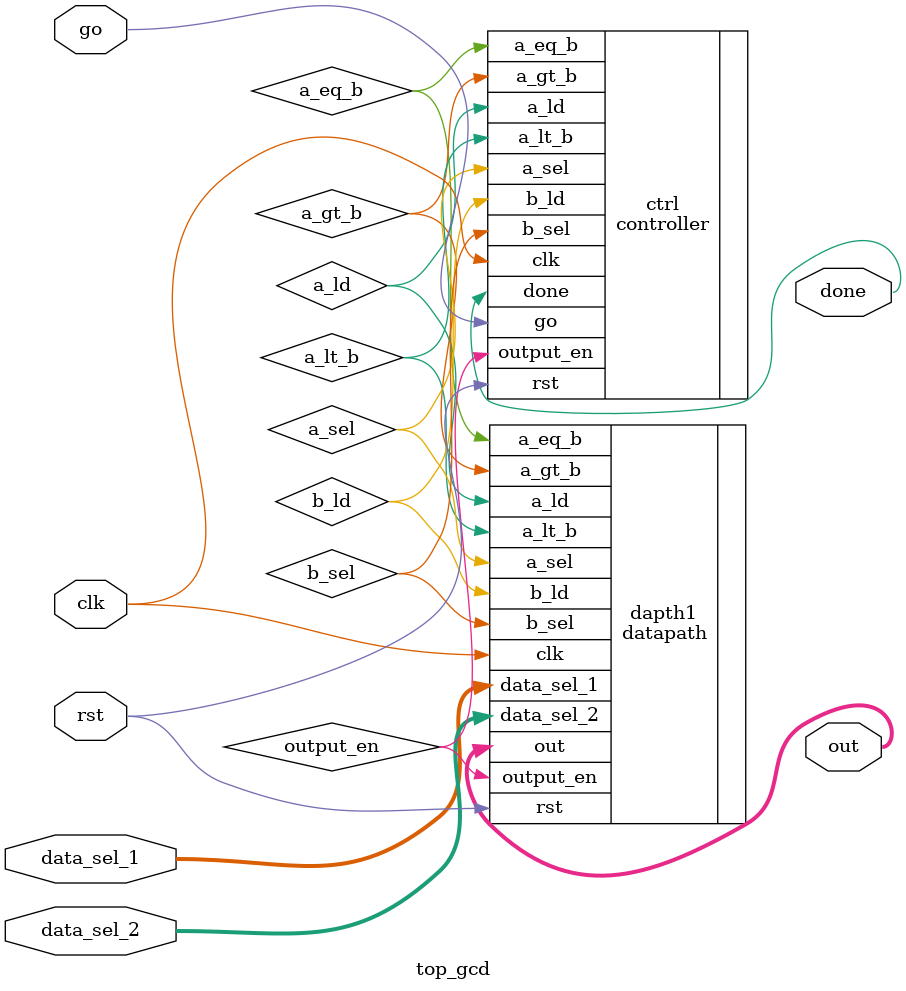
<source format=v>
module top_gcd(
input clk,rst,go,
input [6:0] data_sel_1, data_sel_2,
output [6:0] out,
output done
    );
    
    wire a_gt_b,a_eq_b,a_lt_b;
    
    
 datapath dapth1(.clk(clk),.rst(rst),.data_sel_1(data_sel_1),.data_sel_2(data_sel_2),.a_gt_b(a_gt_b),.a_eq_b(a_eq_b),.a_lt_b(a_lt_b),.out(out),.a_ld(a_ld),.b_ld(b_ld),.a_sel(a_sel),.b_sel(b_sel),.output_en(output_en) );
 controller ctrl(.clk(clk),.rst(rst),.a_gt_b(a_gt_b),.a_eq_b(a_eq_b),.a_lt_b(a_lt_b),.done(done),.a_ld(a_ld),.b_ld(b_ld),.a_sel(a_sel),.b_sel(b_sel),.output_en(output_en),.go(go));   
    
endmodule

</source>
